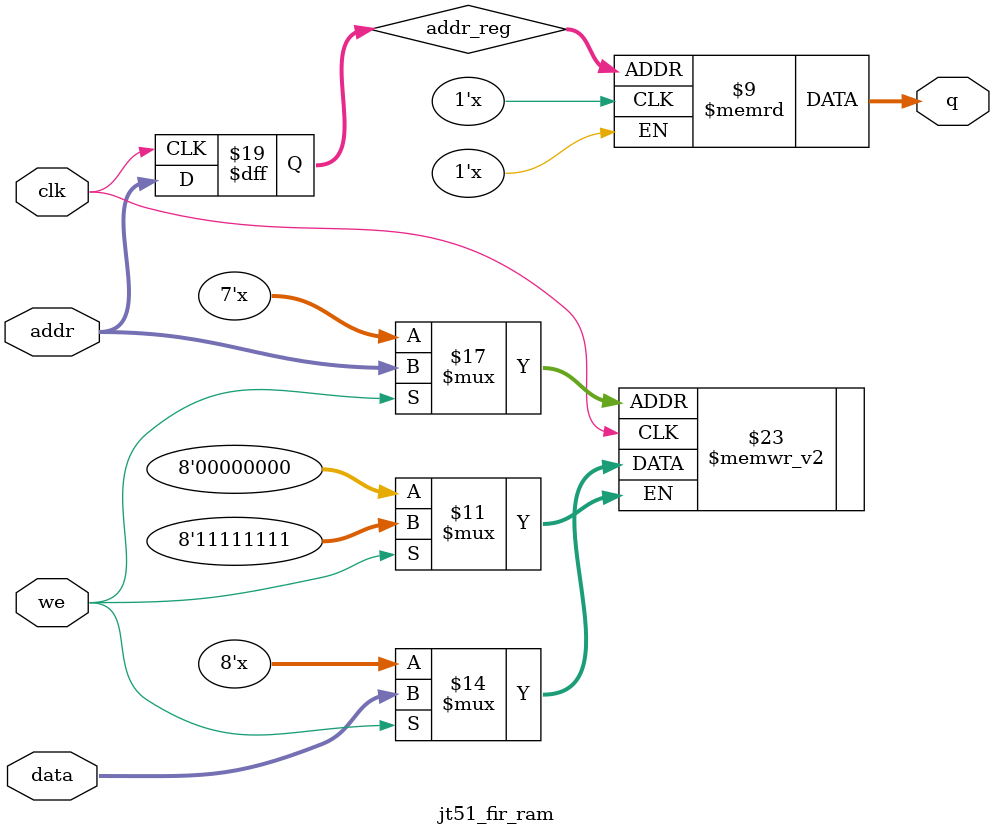
<source format=v>

/*  This file is part of jt51.

    jt51 is free software: you can redistribute it and/or modify
    it under the terms of the GNU General Public License as published by
    the Free Software Foundation, either version 3 of the License, or
    (at your option) any later version.

    jt51 is distributed in the hope that it will be useful,
    but WITHOUT ANY WARRANTY; without even the implied warranty of
    MERCHANTABILITY or FITNESS FOR A PARTICULAR PURPOSE.  See the
    GNU General Public License for more details.

    You should have received a copy of the GNU General Public License
    along with jt51.  If not, see <http://www.gnu.org/licenses/>.

	Author: Jose Tejada Gomez. Twitter: @topapate
	Version: 1.0
	Date: March, 7th 2017
	*/

`timescale 1ns / 1ps

module jt51_fir_ram 
#(parameter data_width=8, parameter addr_width=7)
(
	input [(data_width-1):0] data,
	input [(addr_width-1):0] addr,
	input we, clk,
	output [(data_width-1):0] q
);

(* ramstyle = "no_rw_check" *) reg [data_width-1:0] ram[2**addr_width-1:0];

	reg [addr_width-1:0] addr_reg;

	always @ (posedge clk) begin
		if (we)
			ram[addr] <= data;
		addr_reg <= addr;
	end
	
	assign q = ram[addr_reg];
endmodule

</source>
